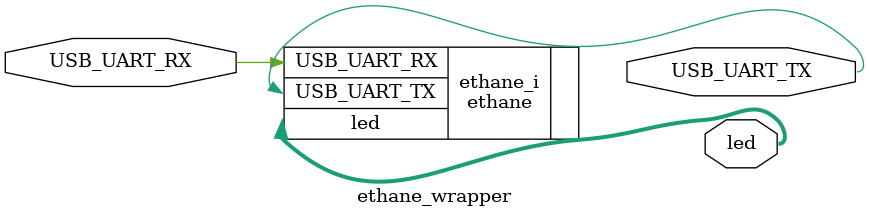
<source format=v>
`timescale 1 ps / 1 ps

module ethane_wrapper
   (USB_UART_RX,
    USB_UART_TX,
    led);
  input [0:0]USB_UART_RX;
  output [0:0]USB_UART_TX;
  output [7:0]led;

  wire [0:0]USB_UART_RX;
  wire [0:0]USB_UART_TX;
  wire [7:0]led;

  ethane ethane_i
       (.USB_UART_RX(USB_UART_RX),
        .USB_UART_TX(USB_UART_TX),
        .led(led));
endmodule

</source>
